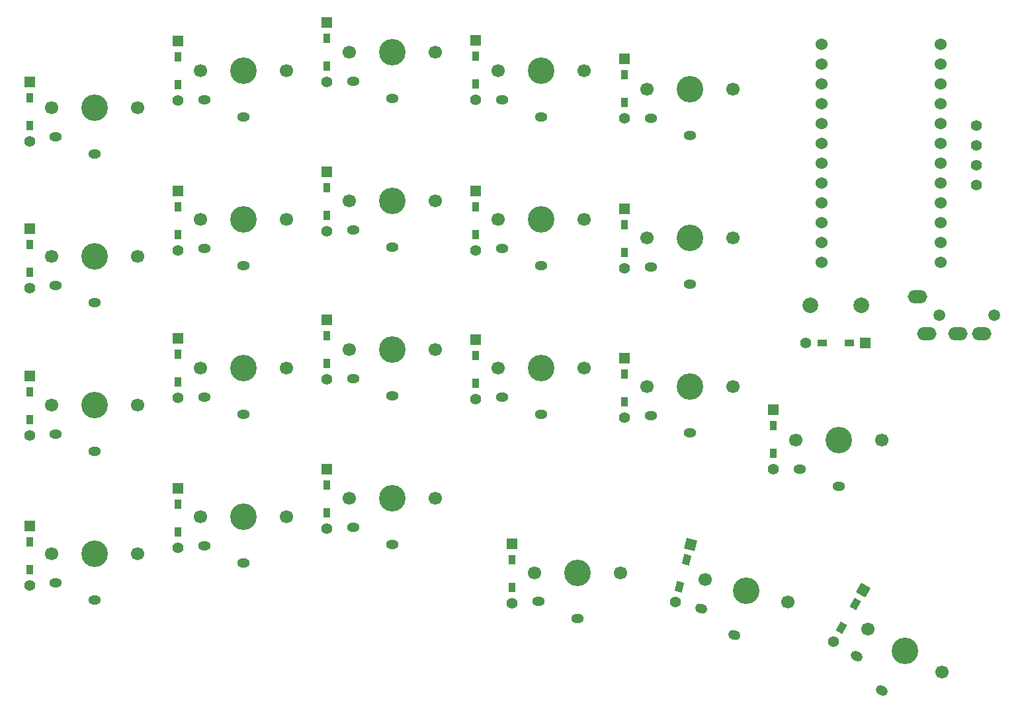
<source format=gbr>
%TF.GenerationSoftware,KiCad,Pcbnew,7.0.10*%
%TF.CreationDate,2024-09-26T01:26:01+09:00*%
%TF.ProjectId,keyboard_denchi_left,6b657962-6f61-4726-945f-64656e636869,rev?*%
%TF.SameCoordinates,Original*%
%TF.FileFunction,Soldermask,Top*%
%TF.FilePolarity,Negative*%
%FSLAX46Y46*%
G04 Gerber Fmt 4.6, Leading zero omitted, Abs format (unit mm)*
G04 Created by KiCad (PCBNEW 7.0.10) date 2024-09-26 01:26:01*
%MOMM*%
%LPD*%
G01*
G04 APERTURE LIST*
G04 Aperture macros list*
%AMHorizOval*
0 Thick line with rounded ends*
0 $1 width*
0 $2 $3 position (X,Y) of the first rounded end (center of the circle)*
0 $4 $5 position (X,Y) of the second rounded end (center of the circle)*
0 Add line between two ends*
20,1,$1,$2,$3,$4,$5,0*
0 Add two circle primitives to create the rounded ends*
1,1,$1,$2,$3*
1,1,$1,$4,$5*%
%AMRotRect*
0 Rectangle, with rotation*
0 The origin of the aperture is its center*
0 $1 length*
0 $2 width*
0 $3 Rotation angle, in degrees counterclockwise*
0 Add horizontal line*
21,1,$1,$2,0,0,$3*%
G04 Aperture macros list end*
%ADD10R,1.397000X1.397000*%
%ADD11R,0.950000X1.300000*%
%ADD12C,1.397000*%
%ADD13C,1.700000*%
%ADD14C,3.400000*%
%ADD15O,1.600000X1.200000*%
%ADD16HorizOval,1.200000X0.173205X-0.100000X-0.173205X0.100000X0*%
%ADD17C,1.524000*%
%ADD18RotRect,1.397000X1.397000X255.000000*%
%ADD19RotRect,1.300000X0.950000X255.000000*%
%ADD20RotRect,1.397000X1.397000X240.000000*%
%ADD21RotRect,1.300000X0.950000X240.000000*%
%ADD22C,1.500000*%
%ADD23O,2.500000X1.700000*%
%ADD24R,1.300000X0.950000*%
%ADD25HorizOval,1.200000X0.193185X-0.051764X-0.193185X0.051764X0*%
%ADD26C,2.000000*%
G04 APERTURE END LIST*
D10*
%TO.C,D2*%
X96012000Y-56635000D03*
D11*
X96012000Y-58670000D03*
X96012000Y-62220000D03*
D12*
X96012000Y-64255000D03*
%TD*%
D13*
%TO.C,SW16*%
X175094000Y-107746412D03*
D14*
X180594000Y-107746412D03*
D13*
X186094000Y-107746412D03*
D15*
X175594000Y-111446412D03*
X180594000Y-113646412D03*
%TD*%
D10*
%TO.C,D20*%
X138811000Y-121024000D03*
D11*
X138811000Y-123059000D03*
X138811000Y-126609000D03*
D12*
X138811000Y-128644000D03*
%TD*%
D10*
%TO.C,D13*%
X115062000Y-92322000D03*
D11*
X115062000Y-94357000D03*
X115062000Y-97907000D03*
D12*
X115062000Y-99942000D03*
%TD*%
D13*
%TO.C,SW19*%
X117944000Y-115209412D03*
D14*
X123444000Y-115209412D03*
D13*
X128944000Y-115209412D03*
D15*
X118444000Y-118909412D03*
X123444000Y-121109412D03*
%TD*%
D10*
%TO.C,D9*%
X134112000Y-75812000D03*
D11*
X134112000Y-77847000D03*
X134112000Y-81397000D03*
D12*
X134112000Y-83432000D03*
%TD*%
D13*
%TO.C,SW10*%
X156044000Y-81870412D03*
D14*
X161544000Y-81870412D03*
D13*
X167044000Y-81870412D03*
D15*
X156544000Y-85570412D03*
X161544000Y-87770412D03*
%TD*%
D10*
%TO.C,D10*%
X153162000Y-78098000D03*
D11*
X153162000Y-80133000D03*
X153162000Y-83683000D03*
D12*
X153162000Y-85718000D03*
%TD*%
D10*
%TO.C,D11*%
X77062000Y-99561000D03*
D11*
X77062000Y-101596000D03*
X77062000Y-105146000D03*
D12*
X77062000Y-107181000D03*
%TD*%
D10*
%TO.C,D16*%
X172212000Y-103879000D03*
D11*
X172212000Y-105914000D03*
X172212000Y-109464000D03*
D12*
X172212000Y-111499000D03*
%TD*%
D10*
%TO.C,D15*%
X153162000Y-97275000D03*
D11*
X153162000Y-99310000D03*
X153162000Y-102860000D03*
D12*
X153162000Y-104895000D03*
%TD*%
D13*
%TO.C,SW12*%
X98894000Y-98538412D03*
D14*
X104394000Y-98538412D03*
D13*
X109894000Y-98538412D03*
D15*
X99394000Y-102238412D03*
X104394000Y-104438412D03*
%TD*%
D10*
%TO.C,D1*%
X77062000Y-61842000D03*
D11*
X77062000Y-63877000D03*
X77062000Y-67427000D03*
D12*
X77062000Y-69462000D03*
%TD*%
D13*
%TO.C,SW4*%
X136994000Y-60438412D03*
D14*
X142494000Y-60438412D03*
D13*
X147994000Y-60438412D03*
D15*
X137494000Y-64138412D03*
X142494000Y-66338412D03*
%TD*%
D13*
%TO.C,SW17*%
X79844000Y-122351412D03*
D14*
X85344000Y-122351412D03*
D13*
X90844000Y-122351412D03*
D15*
X80344000Y-126051412D03*
X85344000Y-128251412D03*
%TD*%
D13*
%TO.C,SW22*%
X184282468Y-131990020D03*
D14*
X189045608Y-134740020D03*
D13*
X193808748Y-137490020D03*
D16*
X182865481Y-135444314D03*
X186095608Y-139849570D03*
%TD*%
D10*
%TO.C,D7*%
X96012000Y-75812000D03*
D11*
X96012000Y-77847000D03*
X96012000Y-81397000D03*
D12*
X96012000Y-83432000D03*
%TD*%
D13*
%TO.C,SW5*%
X156044000Y-62820412D03*
D14*
X161544000Y-62820412D03*
D13*
X167044000Y-62820412D03*
D15*
X156544000Y-66520412D03*
X161544000Y-68720412D03*
%TD*%
D13*
%TO.C,SW7*%
X98894000Y-79488412D03*
D14*
X104394000Y-79488412D03*
D13*
X109894000Y-79488412D03*
D15*
X99394000Y-83188412D03*
X104394000Y-85388412D03*
%TD*%
D10*
%TO.C,D3*%
X115062000Y-54222000D03*
D11*
X115062000Y-56257000D03*
X115062000Y-59807000D03*
D12*
X115062000Y-61842000D03*
%TD*%
D17*
%TO.C,U1*%
X193675000Y-57073412D03*
X193675000Y-59613412D03*
X193675000Y-62153412D03*
X193675000Y-64693412D03*
X193675000Y-67233412D03*
X193675000Y-69773412D03*
X193675000Y-72313412D03*
X193675000Y-74853412D03*
X193675000Y-77393412D03*
X193675000Y-79933412D03*
X193675000Y-82473412D03*
X193675000Y-85013412D03*
X178435000Y-85013412D03*
X178435000Y-82473412D03*
X178435000Y-79933412D03*
X178435000Y-77393412D03*
X178435000Y-74853412D03*
X178435000Y-72313412D03*
X178435000Y-69773412D03*
X178435000Y-67233412D03*
X178435000Y-64693412D03*
X178435000Y-62153412D03*
X178435000Y-59613412D03*
X178435000Y-57073412D03*
%TD*%
D18*
%TO.C,D21*%
X161641101Y-121153823D03*
D19*
X161114404Y-123119482D03*
X160195596Y-126548518D03*
D12*
X159668899Y-128514177D03*
%TD*%
D10*
%TO.C,D14*%
X134112000Y-94862000D03*
D11*
X134112000Y-96897000D03*
X134112000Y-100447000D03*
D12*
X134112000Y-102482000D03*
%TD*%
D13*
%TO.C,SW2*%
X98894000Y-60438412D03*
D14*
X104394000Y-60438412D03*
D13*
X109894000Y-60438412D03*
D15*
X99394000Y-64138412D03*
X104394000Y-66338412D03*
%TD*%
D13*
%TO.C,SW18*%
X98894000Y-117588412D03*
D14*
X104394000Y-117588412D03*
D13*
X109894000Y-117588412D03*
D15*
X99394000Y-121288412D03*
X104394000Y-123488412D03*
%TD*%
D13*
%TO.C,SW9*%
X136994000Y-79488412D03*
D14*
X142494000Y-79488412D03*
D13*
X147994000Y-79488412D03*
D15*
X137494000Y-83188412D03*
X142494000Y-85388412D03*
%TD*%
D13*
%TO.C,SW13*%
X117944000Y-96159412D03*
D14*
X123444000Y-96159412D03*
D13*
X128944000Y-96159412D03*
D15*
X118444000Y-99859412D03*
X123444000Y-102059412D03*
%TD*%
D10*
%TO.C,D18*%
X96012000Y-113912000D03*
D11*
X96012000Y-115947000D03*
X96012000Y-119497000D03*
D12*
X96012000Y-121532000D03*
%TD*%
D10*
%TO.C,D17*%
X77062000Y-118738000D03*
D11*
X77062000Y-120773000D03*
X77062000Y-124323000D03*
D12*
X77062000Y-126358000D03*
%TD*%
D13*
%TO.C,SW1*%
X79844000Y-65201412D03*
D14*
X85344000Y-65201412D03*
D13*
X90844000Y-65201412D03*
D15*
X80344000Y-68901412D03*
X85344000Y-71101412D03*
%TD*%
D10*
%TO.C,D19*%
X115062000Y-111499000D03*
D11*
X115062000Y-113534000D03*
X115062000Y-117084000D03*
D12*
X115062000Y-119119000D03*
%TD*%
D20*
%TO.C,D22*%
X183768166Y-126996278D03*
D21*
X182750666Y-128758640D03*
X180975666Y-131833030D03*
D12*
X179958166Y-133595392D03*
%TD*%
D13*
%TO.C,SW15*%
X156044000Y-100920412D03*
D14*
X161544000Y-100920412D03*
D13*
X167044000Y-100920412D03*
D15*
X156544000Y-104620412D03*
X161544000Y-106820412D03*
%TD*%
D10*
%TO.C,D8*%
X115062000Y-73399000D03*
D11*
X115062000Y-75434000D03*
X115062000Y-78984000D03*
D12*
X115062000Y-81019000D03*
%TD*%
%TO.C,OL1*%
X198247000Y-75074412D03*
X198247000Y-72534412D03*
X198247000Y-69994412D03*
X198247000Y-67454412D03*
%TD*%
D22*
%TO.C,J1*%
X200457000Y-91744412D03*
X193457000Y-91744412D03*
D23*
X190657000Y-89344412D03*
X198857000Y-94144412D03*
X195857000Y-94144412D03*
X191857000Y-94144412D03*
%TD*%
D10*
%TO.C,D12*%
X96012000Y-94735000D03*
D11*
X96012000Y-96770000D03*
X96012000Y-100320000D03*
D12*
X96012000Y-102355000D03*
%TD*%
D10*
%TO.C,D4*%
X134112000Y-56508000D03*
D11*
X134112000Y-58543000D03*
X134112000Y-62093000D03*
D12*
X134112000Y-64128000D03*
%TD*%
D10*
%TO.C,D23*%
X184026000Y-95300412D03*
D24*
X181991000Y-95300412D03*
X178441000Y-95300412D03*
D12*
X176406000Y-95300412D03*
%TD*%
D13*
%TO.C,SW8*%
X117944000Y-77109412D03*
D14*
X123444000Y-77109412D03*
D13*
X128944000Y-77109412D03*
D15*
X118444000Y-80809412D03*
X123444000Y-83009412D03*
%TD*%
D13*
%TO.C,SW3*%
X117944000Y-58059412D03*
D14*
X123444000Y-58059412D03*
D13*
X128944000Y-58059412D03*
D15*
X118444000Y-61759412D03*
X123444000Y-63959412D03*
%TD*%
D13*
%TO.C,SW6*%
X79844000Y-84251412D03*
D14*
X85344000Y-84251412D03*
D13*
X90844000Y-84251412D03*
D15*
X80344000Y-87951412D03*
X85344000Y-90151412D03*
%TD*%
D13*
%TO.C,SW21*%
X163466216Y-125645212D03*
D14*
X168778808Y-127068717D03*
D13*
X174091400Y-128492222D03*
D25*
X162991548Y-129348547D03*
X167251776Y-132767679D03*
%TD*%
D13*
%TO.C,SW14*%
X136994000Y-98538412D03*
D14*
X142494000Y-98538412D03*
D13*
X147994000Y-98538412D03*
D15*
X137494000Y-102238412D03*
X142494000Y-104438412D03*
%TD*%
D13*
%TO.C,SW20*%
X141678000Y-124749412D03*
D14*
X147178000Y-124749412D03*
D13*
X152678000Y-124749412D03*
D15*
X142178000Y-128449412D03*
X147178000Y-130649412D03*
%TD*%
D10*
%TO.C,D6*%
X77062000Y-80638000D03*
D11*
X77062000Y-82673000D03*
X77062000Y-86223000D03*
D12*
X77062000Y-88258000D03*
%TD*%
D26*
%TO.C,SW23*%
X176963000Y-90474412D03*
X183463000Y-90474412D03*
%TD*%
D10*
%TO.C,D5*%
X153162000Y-58921000D03*
D11*
X153162000Y-60956000D03*
X153162000Y-64506000D03*
D12*
X153162000Y-66541000D03*
%TD*%
D13*
%TO.C,SW11*%
X79844000Y-103301412D03*
D14*
X85344000Y-103301412D03*
D13*
X90844000Y-103301412D03*
D15*
X80344000Y-107001412D03*
X85344000Y-109201412D03*
%TD*%
M02*

</source>
